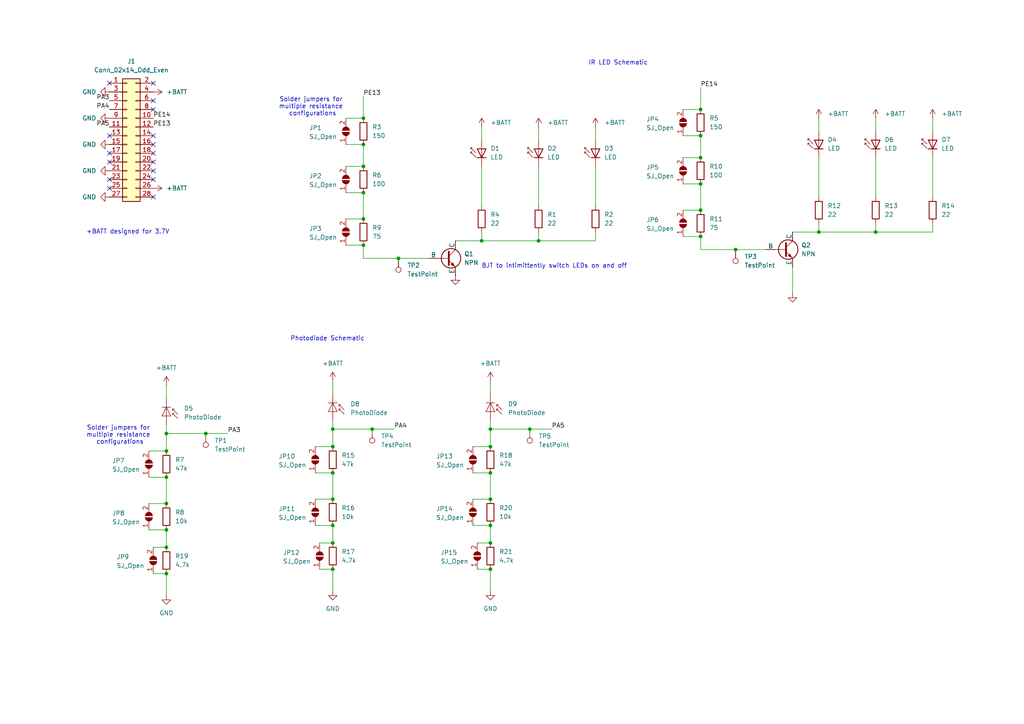
<source format=kicad_sch>
(kicad_sch (version 20231120) (generator "eeschema") (generator_version "8.0")
  (paper "A4")
  (title_block (title "Sensing Subsystem For Micro-Mouse") (date "23/03/19") (rev "V3") (company "University of Cape Town") (comment 1 "Zainodine Dawood"))
  (lib_symbols
    (symbol "Connector:TestPoint" (pin_numbers hide) (pin_names (offset 0.762) hide)
      (property "Reference" "TP" (at 0 6.858 0))
      (property "Value" "TestPoint" (at 0 5.08 0))
      (symbol "TestPoint_0_1"
        (circle (center 0 3.302) (radius 0.762))
      )
      (symbol "TestPoint_1_1"
        (pin passive line (at 0 0 90) (length 2.54) (name "1") (number "1"))
      )
    )
    (symbol "Connector_Generic:Conn_02x14_Odd_Even" (pin_names (offset 1.016) hide)
      (property "Reference" "J" (at 1.27 17.78 0))
      (property "Value" "Conn_02x14_Odd_Even" (at 1.27 -20.32 0))
      (symbol "Conn_02x14_Odd_Even_1_1"
        (rectangle (start -1.27 -17.653) (end 0 -17.907) (stroke (width 0.1524)))
        (rectangle (start -1.27 -15.113) (end 0 -15.367) (stroke (width 0.1524)))
        (rectangle (start -1.27 -12.573) (end 0 -12.827) (stroke (width 0.1524)))
        (rectangle (start -1.27 -10.033) (end 0 -10.287) (stroke (width 0.1524)))
        (rectangle (start -1.27 -7.493) (end 0 -7.747) (stroke (width 0.1524)))
        (rectangle (start -1.27 -4.953) (end 0 -5.207) (stroke (width 0.1524)))
        (rectangle (start -1.27 -2.413) (end 0 -2.667) (stroke (width 0.1524)))
        (rectangle (start -1.27 0.127) (end 0 -0.127) (stroke (width 0.1524)))
        (rectangle (start -1.27 2.667) (end 0 2.413) (stroke (width 0.1524)))
        (rectangle (start -1.27 5.207) (end 0 4.953) (stroke (width 0.1524)))
        (rectangle (start -1.27 7.747) (end 0 7.493) (stroke (width 0.1524)))
        (rectangle (start -1.27 10.287) (end 0 10.033) (stroke (width 0.1524)))
        (rectangle (start -1.27 12.827) (end 0 12.573) (stroke (width 0.1524)))
        (rectangle (start -1.27 15.367) (end 0 15.113) (stroke (width 0.1524)))
        (rectangle (start -1.27 16.51) (end 3.81 -19.05) (stroke (width 0.254)) (fill (type background)))
        (rectangle (start 3.81 -17.653) (end 2.54 -17.907) (stroke (width 0.1524)))
        (rectangle (start 3.81 -15.113) (end 2.54 -15.367) (stroke (width 0.1524)))
        (rectangle (start 3.81 -12.573) (end 2.54 -12.827) (stroke (width 0.1524)))
        (rectangle (start 3.81 -10.033) (end 2.54 -10.287) (stroke (width 0.1524)))
        (rectangle (start 3.81 -7.493) (end 2.54 -7.747) (stroke (width 0.1524)))
        (rectangle (start 3.81 -4.953) (end 2.54 -5.207) (stroke (width 0.1524)))
        (rectangle (start 3.81 -2.413) (end 2.54 -2.667) (stroke (width 0.1524)))
        (rectangle (start 3.81 0.127) (end 2.54 -0.127) (stroke (width 0.1524)))
        (rectangle (start 3.81 2.667) (end 2.54 2.413) (stroke (width 0.1524)))
        (rectangle (start 3.81 5.207) (end 2.54 4.953) (stroke (width 0.1524)))
        (rectangle (start 3.81 7.747) (end 2.54 7.493) (stroke (width 0.1524)))
        (rectangle (start 3.81 10.287) (end 2.54 10.033) (stroke (width 0.1524)))
        (rectangle (start 3.81 12.827) (end 2.54 12.573) (stroke (width 0.1524)))
        (rectangle (start 3.81 15.367) (end 2.54 15.113) (stroke (width 0.1524)))
        (pin passive line (at -5.08 15.24 0) (length 3.81) (name "Pin_1") (number "1"))
        (pin passive line (at 7.62 5.08 180) (length 3.81) (name "Pin_10") (number "10"))
        (pin passive line (at -5.08 2.54 0) (length 3.81) (name "Pin_11") (number "11"))
        (pin passive line (at 7.62 2.54 180) (length 3.81) (name "Pin_12") (number "12"))
        (pin passive line (at -5.08 0 0) (length 3.81) (name "Pin_13") (number "13"))
        (pin passive line (at 7.62 0 180) (length 3.81) (name "Pin_14") (number "14"))
        (pin passive line (at -5.08 -2.54 0) (length 3.81) (name "Pin_15") (number "15"))
        (pin passive line (at 7.62 -2.54 180) (length 3.81) (name "Pin_16") (number "16"))
        (pin passive line (at -5.08 -5.08 0) (length 3.81) (name "Pin_17") (number "17"))
        (pin passive line (at 7.62 -5.08 180) (length 3.81) (name "Pin_18") (number "18"))
        (pin passive line (at -5.08 -7.62 0) (length 3.81) (name "Pin_19") (number "19"))
        (pin passive line (at 7.62 15.24 180) (length 3.81) (name "Pin_2") (number "2"))
        (pin passive line (at 7.62 -7.62 180) (length 3.81) (name "Pin_20") (number "20"))
        (pin passive line (at -5.08 -10.16 0) (length 3.81) (name "Pin_21") (number "21"))
        (pin passive line (at 7.62 -10.16 180) (length 3.81) (name "Pin_22") (number "22"))
        (pin passive line (at -5.08 -12.7 0) (length 3.81) (name "Pin_23") (number "23"))
        (pin passive line (at 7.62 -12.7 180) (length 3.81) (name "Pin_24") (number "24"))
        (pin passive line (at -5.08 -15.24 0) (length 3.81) (name "Pin_25") (number "25"))
        (pin passive line (at 7.62 -15.24 180) (length 3.81) (name "Pin_26") (number "26"))
        (pin passive line (at -5.08 -17.78 0) (length 3.81) (name "Pin_27") (number "27"))
        (pin passive line (at 7.62 -17.78 180) (length 3.81) (name "Pin_28") (number "28"))
        (pin passive line (at -5.08 12.7 0) (length 3.81) (name "Pin_3") (number "3"))
        (pin passive line (at 7.62 12.7 180) (length 3.81) (name "Pin_4") (number "4"))
        (pin passive line (at -5.08 10.16 0) (length 3.81) (name "Pin_5") (number "5"))
        (pin passive line (at 7.62 10.16 180) (length 3.81) (name "Pin_6") (number "6"))
        (pin passive line (at -5.08 7.62 0) (length 3.81) (name "Pin_7") (number "7"))
        (pin passive line (at 7.62 7.62 180) (length 3.81) (name "Pin_8") (number "8"))
        (pin passive line (at -5.08 5.08 0) (length 3.81) (name "Pin_9") (number "9"))
      )
    )
    (symbol "Device:R" (pin_numbers hide) (pin_names (offset 0))
      (property "Reference" "R" (at 2.032 0 90))
      (property "Value" "R" (at 0 0 90))
      (symbol "R_0_1"
        (rectangle (start -1.016 -2.54) (end 1.016 2.54) (stroke (width 0.254)))
      )
      (symbol "R_1_1"
        (pin passive line (at 0 3.81 270) (length 1.27) (name "~") (number "1"))
        (pin passive line (at 0 -3.81 90) (length 1.27) (name "~") (number "2"))
      )
    )
    (symbol "Jumper:SolderJumper_2_Open" (pin_names (offset 0) hide)
      (property "Reference" "JP" (at 0 2.032 0))
      (property "Value" "SolderJumper_2_Open" (at 0 -2.54 0))
      (symbol "SolderJumper_2_Open_0_1"
        (arc (start -0.254 1.016) (mid -1.2656 0) (end -0.254 -1.016))
        (arc (start -0.254 1.016) (mid -1.2656 0) (end -0.254 -1.016) (fill (type outline)))
        (polyline (pts (xy -0.254 1.016) (xy -0.254 -1.016)))
        (polyline (pts (xy 0.254 1.016) (xy 0.254 -1.016)))
        (arc (start 0.254 -1.016) (mid 1.2656 0) (end 0.254 1.016))
        (arc (start 0.254 -1.016) (mid 1.2656 0) (end 0.254 1.016) (fill (type outline)))
      )
      (symbol "SolderJumper_2_Open_1_1"
        (pin passive line (at -3.81 0 0) (length 2.54) (name "A") (number "1"))
        (pin passive line (at 3.81 0 180) (length 2.54) (name "B") (number "2"))
      )
    )
    (symbol "LED:TSAL4400" (pin_numbers hide) (pin_names (offset 1.016) hide)
      (property "Reference" "D" (at 0.508 1.778 0))
      (property "Value" "TSAL4400" (at -1.016 -2.794 0))
      (symbol "TSAL4400_0_1"
        (polyline (pts (xy -2.54 1.27) (xy -2.54 -1.27)) (stroke (width 0.254)))
        (polyline (pts (xy 0 0) (xy -2.54 0)))
        (polyline (pts (xy 0.381 3.175) (xy -0.127 3.175)))
        (polyline (pts (xy -1.143 1.651) (xy 0.381 3.175) (xy 0.381 2.667)))
        (polyline (pts (xy 0 1.27) (xy -2.54 0) (xy 0 -1.27) (xy 0 1.27)) (stroke (width 0.254)))
        (polyline (pts (xy -2.413 1.651) (xy -0.889 3.175) (xy -0.889 2.667) (xy -0.889 3.175) (xy -1.397 3.175)))
      )
      (symbol "TSAL4400_1_1"
        (pin passive line (at -5.08 0 0) (length 2.54) (name "K") (number "1"))
        (pin passive line (at 2.54 0 180) (length 2.54) (name "A") (number "2"))
      )
    )
    (symbol "Sensor_Optical:SFH205F" (pin_numbers hide) (pin_names (offset 1.016) hide)
      (property "Reference" "D" (at 0.508 1.778 0))
      (property "Value" "SFH205F" (at -1.016 -2.794 0))
      (symbol "SFH205F_0_1"
        (polyline (pts (xy -2.54 1.27) (xy -2.54 -1.27)) (stroke (width 0.1524)))
        (polyline (pts (xy -2.032 1.778) (xy -1.524 1.778)))
        (polyline (pts (xy 0 0) (xy -2.54 0)))
        (polyline (pts (xy 0 1.27) (xy 0 -1.27)))
        (polyline (pts (xy -0.508 3.302) (xy -2.032 1.778) (xy -2.032 2.286)))
        (polyline (pts (xy 0 1.27) (xy -2.54 0) (xy 0 -1.27)))
        (polyline (pts (xy 0.762 3.302) (xy -0.762 1.778) (xy -0.762 2.286) (xy -0.762 1.778) (xy -0.254 1.778)))
      )
      (symbol "SFH205F_1_1"
        (pin passive line (at -5.08 0 0) (length 2.54) (name "K") (number "1"))
        (pin passive line (at 2.54 0 180) (length 2.54) (name "A") (number "2"))
      )
    )
    (symbol "Simulation_SPICE:NPN" (pin_numbers hide) (pin_names (offset 0))
      (property "Reference" "Q" (at -2.54 7.62 0))
      (property "Value" "NPN" (at -2.54 5.08 0))
      (symbol "NPN_0_1"
        (polyline (pts (xy -2.54 0) (xy 0.635 0)) (stroke (width 0.1524)))
        (polyline (pts (xy 0.635 0.635) (xy 2.54 2.54)))
        (polyline (pts (xy 2.794 -1.27) (xy 2.794 -1.27)) (stroke (width 0.1524)))
        (polyline (pts (xy 2.794 -1.27) (xy 2.794 -1.27)) (stroke (width 0.1524)))
        (polyline (pts (xy 0.635 -0.635) (xy 2.54 -2.54) (xy 2.54 -2.54)))
        (polyline (pts (xy 0.635 1.905) (xy 0.635 -1.905) (xy 0.635 -1.905)) (stroke (width 0.508)))
        (polyline (pts (xy 1.27 -1.778) (xy 1.778 -1.27) (xy 2.286 -2.286) (xy 1.27 -1.778) (xy 1.27 -1.778)) (fill (type outline)))
        (circle (center 1.27 0) (radius 2.8194) (stroke (width 0.254)))
      )
      (symbol "NPN_1_1"
        (pin open_collector line (at 2.54 5.08 270) (length 2.54) (name "C") (number "1"))
        (pin input line (at -5.08 0 0) (length 2.54) (name "B") (number "2"))
        (pin open_emitter line (at 2.54 -5.08 90) (length 2.54) (name "E") (number "3"))
      )
    )
    (symbol "power:+BATT" (power) (pin_numbers hide) (pin_names (offset 0) hide)
      (property "Value" "+BATT" (at 0 3.556 0))
      (symbol "+BATT_0_1"
        (polyline (pts (xy -0.762 1.27) (xy 0 2.54)))
        (polyline (pts (xy 0 0) (xy 0 2.54)))
        (polyline (pts (xy 0 2.54) (xy 0.762 1.27)))
      )
      (symbol "+BATT_1_1"
        (pin power_in line (at 0 0 90) (length 0) (name "~") (number "1"))
      )
    )
    (symbol "power:GND" (power) (pin_numbers hide) (pin_names (offset 0) hide)
      (property "Value" "GND" (at 0 -3.81 0))
      (symbol "GND_0_1"
        (polyline (pts (xy 0 0) (xy 0 -1.27) (xy 1.27 -1.27) (xy 0 -2.54) (xy -1.27 -1.27) (xy 0 -1.27)))
      )
      (symbol "GND_1_1"
        (pin power_in line (at 0 0 270) (length 0) (name "~") (number "1"))
      )
    )
    (symbol "power:VCC" (power) (pin_numbers hide) (pin_names (offset 0) hide)
      (property "Value" "VCC" (at 0 3.556 0))
      (symbol "VCC_0_1"
        (polyline (pts (xy -0.762 1.27) (xy 0 2.54)))
        (polyline (pts (xy 0 0) (xy 0 2.54)))
        (polyline (pts (xy 0 2.54) (xy 0.762 1.27)))
      )
      (symbol "VCC_1_1"
        (pin power_in line (at 0 0 90) (length 0) (name "~") (number "1"))
      )
    )
  )
  (junction (at 203.2 31.75))
  (junction (at 96.52 152.4))
  (junction (at 142.24 137.16))
  (junction (at 142.24 124.46))
  (junction (at 142.24 144.78))
  (junction (at 105.41 34.29))
  (junction (at 203.2 53.34))
  (junction (at 96.52 165.1))
  (junction (at 96.52 137.16))
  (junction (at 203.2 45.72))
  (junction (at 142.24 129.54))
  (junction (at 59.69 125.73))
  (junction (at 96.52 157.48))
  (junction (at 142.24 165.1))
  (junction (at 96.52 124.46))
  (junction (at 153.67 124.46))
  (junction (at 96.52 144.78))
  (junction (at 237.49 67.31))
  (junction (at 213.36 72.39))
  (junction (at 48.26 153.67))
  (junction (at 48.26 130.81))
  (junction (at 48.26 125.73))
  (junction (at 105.41 55.88))
  (junction (at 105.41 41.91))
  (junction (at 156.21 69.85))
  (junction (at 203.2 68.58))
  (junction (at 139.7 69.85))
  (junction (at 105.41 71.12))
  (junction (at 96.52 129.54))
  (junction (at 142.24 152.4))
  (junction (at 48.26 138.43))
  (junction (at 105.41 48.26))
  (junction (at 142.24 157.48))
  (junction (at 48.26 158.75))
  (junction (at 203.2 60.96))
  (junction (at 203.2 39.37))
  (junction (at 254 67.31))
  (junction (at 115.57 74.93))
  (junction (at 105.41 63.5))
  (junction (at 107.95 124.46))
  (junction (at 48.26 166.37))
  (junction (at 48.26 146.05))
  (no_connect (at 44.45 49.53))
  (no_connect (at 44.45 41.91))
  (no_connect (at 44.45 29.21))
  (no_connect (at 44.45 31.75))
  (no_connect (at 31.75 46.99))
  (no_connect (at 31.75 52.07))
  (no_connect (at 31.75 54.61))
  (no_connect (at 44.45 46.99))
  (no_connect (at 44.45 57.15))
  (no_connect (at 44.45 24.13))
  (no_connect (at 31.75 39.37))
  (no_connect (at 31.75 24.13))
  (no_connect (at 44.45 39.37))
  (no_connect (at 44.45 44.45))
  (no_connect (at 31.75 44.45))
  (no_connect (at 44.45 52.07))
  (wire (pts (xy 100.33 55.88) (xy 105.41 55.88)))
  (wire (pts (xy 237.49 45.72) (xy 237.49 57.15)))
  (wire (pts (xy 96.52 110.49) (xy 96.52 114.3)))
  (wire (pts (xy 139.7 36.83) (xy 139.7 40.64)))
  (wire (pts (xy 48.26 166.37) (xy 48.26 172.72)))
  (wire (pts (xy 213.36 72.39) (xy 222.25 72.39)))
  (wire (pts (xy 100.33 71.12) (xy 105.41 71.12)))
  (wire (pts (xy 142.24 110.49) (xy 142.24 114.3)))
  (wire (pts (xy 203.2 45.72) (xy 203.2 39.37)))
  (wire (pts (xy 270.51 45.72) (xy 270.51 57.15)))
  (wire (pts (xy 138.43 157.48) (xy 142.24 157.48)))
  (wire (pts (xy 254 45.72) (xy 254 57.15)))
  (wire (pts (xy 105.41 55.88) (xy 105.41 63.5)))
  (wire (pts (xy 91.44 137.16) (xy 96.52 137.16)))
  (wire (pts (xy 100.33 63.5) (xy 105.41 63.5)))
  (wire (pts (xy 203.2 68.58) (xy 203.2 72.39)))
  (wire (pts (xy 229.87 77.47) (xy 229.87 85.09)))
  (wire (pts (xy 43.18 138.43) (xy 48.26 138.43)))
  (wire (pts (xy 91.44 152.4) (xy 96.52 152.4)))
  (wire (pts (xy 156.21 67.31) (xy 156.21 69.85)))
  (wire (pts (xy 91.44 129.54) (xy 96.52 129.54)))
  (wire (pts (xy 96.52 137.16) (xy 96.52 144.78)))
  (wire (pts (xy 198.12 45.72) (xy 203.2 45.72)))
  (wire (pts (xy 137.16 152.4) (xy 142.24 152.4)))
  (wire (pts (xy 237.49 67.31) (xy 254 67.31)))
  (wire (pts (xy 254 67.31) (xy 270.51 67.31)))
  (wire (pts (xy 198.12 68.58) (xy 203.2 68.58)))
  (wire (pts (xy 96.52 124.46) (xy 107.95 124.46)))
  (wire (pts (xy 270.51 64.77) (xy 270.51 67.31)))
  (wire (pts (xy 59.69 125.73) (xy 66.04 125.73)))
  (wire (pts (xy 142.24 124.46) (xy 142.24 129.54)))
  (wire (pts (xy 48.26 111.76) (xy 48.26 115.57)))
  (wire (pts (xy 91.44 144.78) (xy 96.52 144.78)))
  (wire (pts (xy 142.24 137.16) (xy 142.24 144.78)))
  (wire (pts (xy 43.18 153.67) (xy 48.26 153.67)))
  (wire (pts (xy 139.7 67.31) (xy 139.7 69.85)))
  (wire (pts (xy 203.2 53.34) (xy 203.2 60.96)))
  (wire (pts (xy 96.52 165.1) (xy 96.52 171.45)))
  (wire (pts (xy 138.43 165.1) (xy 142.24 165.1)))
  (wire (pts (xy 44.45 166.37) (xy 48.26 166.37)))
  (wire (pts (xy 105.41 48.26) (xy 105.41 41.91)))
  (wire (pts (xy 142.24 124.46) (xy 153.67 124.46)))
  (wire (pts (xy 203.2 72.39) (xy 213.36 72.39)))
  (wire (pts (xy 48.26 123.19) (xy 48.26 125.73)))
  (wire (pts (xy 100.33 48.26) (xy 105.41 48.26)))
  (wire (pts (xy 142.24 165.1) (xy 142.24 171.45)))
  (wire (pts (xy 48.26 153.67) (xy 48.26 158.75)))
  (wire (pts (xy 142.24 121.92) (xy 142.24 124.46)))
  (wire (pts (xy 156.21 69.85) (xy 172.72 69.85)))
  (wire (pts (xy 48.26 138.43) (xy 48.26 146.05)))
  (wire (pts (xy 137.16 144.78) (xy 142.24 144.78)))
  (wire (pts (xy 96.52 152.4) (xy 96.52 157.48)))
  (wire (pts (xy 92.71 157.48) (xy 96.52 157.48)))
  (wire (pts (xy 43.18 146.05) (xy 48.26 146.05)))
  (wire (pts (xy 229.87 67.31) (xy 237.49 67.31)))
  (wire (pts (xy 172.72 67.31) (xy 172.72 69.85)))
  (wire (pts (xy 132.08 69.85) (xy 139.7 69.85)))
  (wire (pts (xy 137.16 137.16) (xy 142.24 137.16)))
  (wire (pts (xy 92.71 165.1) (xy 96.52 165.1)))
  (wire (pts (xy 172.72 48.26) (xy 172.72 59.69)))
  (wire (pts (xy 107.95 124.46) (xy 114.3 124.46)))
  (wire (pts (xy 115.57 74.93) (xy 124.46 74.93)))
  (wire (pts (xy 48.26 125.73) (xy 59.69 125.73)))
  (wire (pts (xy 156.21 48.26) (xy 156.21 59.69)))
  (wire (pts (xy 96.52 124.46) (xy 96.52 129.54)))
  (wire (pts (xy 139.7 69.85) (xy 156.21 69.85)))
  (wire (pts (xy 139.7 48.26) (xy 139.7 59.69)))
  (wire (pts (xy 198.12 53.34) (xy 203.2 53.34)))
  (wire (pts (xy 105.41 74.93) (xy 115.57 74.93)))
  (wire (pts (xy 105.41 27.94) (xy 105.41 34.29)))
  (wire (pts (xy 96.52 121.92) (xy 96.52 124.46)))
  (wire (pts (xy 156.21 36.83) (xy 156.21 40.64)))
  (wire (pts (xy 48.26 125.73) (xy 48.26 130.81)))
  (wire (pts (xy 198.12 39.37) (xy 203.2 39.37)))
  (wire (pts (xy 44.45 158.75) (xy 48.26 158.75)))
  (wire (pts (xy 100.33 41.91) (xy 105.41 41.91)))
  (wire (pts (xy 142.24 152.4) (xy 142.24 157.48)))
  (wire (pts (xy 172.72 36.83) (xy 172.72 40.64)))
  (wire (pts (xy 198.12 60.96) (xy 203.2 60.96)))
  (wire (pts (xy 137.16 129.54) (xy 142.24 129.54)))
  (wire (pts (xy 100.33 34.29) (xy 105.41 34.29)))
  (wire (pts (xy 153.67 124.46) (xy 160.02 124.46)))
  (wire (pts (xy 105.41 71.12) (xy 105.41 74.93)))
  (wire (pts (xy 237.49 64.77) (xy 237.49 67.31)))
  (wire (pts (xy 43.18 130.81) (xy 48.26 130.81)))
  (wire (pts (xy 237.49 34.29) (xy 237.49 38.1)))
  (wire (pts (xy 254 64.77) (xy 254 67.31)))
  (wire (pts (xy 198.12 31.75) (xy 203.2 31.75)))
  (wire (pts (xy 203.2 25.4) (xy 203.2 31.75)))
  (wire (pts (xy 270.51 34.29) (xy 270.51 38.1)))
  (wire (pts (xy 254 34.29) (xy 254 38.1)))
  (text "Solder jumpers for \nmultiple resistance \nconfigurations" (at 34.798 126.238 0) (effects (font (size 1.27 1.27))))
  (text "Solder jumpers for \nmultiple resistance \nconfigurations" (at 90.678 30.988 0) (effects (font (size 1.27 1.27))))
  (text "+BATT designed for 3.7V" (at 37.084 67.31 0) (effects (font (size 1.27 1.27))))
  (text "BJT to intimittently switch LEDs on and off" (at 160.782 77.216 0) (effects (font (size 1.27 1.27))))
  (text "Photodiode Schematic" (at 94.996 98.298 0) (effects (font (size 1.27 1.27))))
  (text "IR LED Schematic" (at 179.324 18.288 0) (effects (font (size 1.27 1.27))))
  (label "PA5" (at 160.02 124.46 0))
  (label "PE13" (at 44.45 36.83 0))
  (label "PA3" (at 66.04 125.73 0))
  (label "PA3" (at 31.75 29.21 180))
  (label "PE14" (at 203.2 25.4 0))
  (label "PA4" (at 114.3 124.46 0))
  (label "PA4" (at 31.75 31.75 180))
  (label "PE13" (at 105.41 27.94 0))
  (label "PA5" (at 31.75 36.83 180))
  (label "PE14" (at 44.45 34.29 0))
  (symbol (lib_id "Sensor_Optical:SFH205F") (at 48.26 120.65 270) (unit 1)
    (property "Reference" "D5" (at 53.34 118.4528 90) (effects (justify left)))
    (property "Value" "PhotoDiode" (at 53.34 120.9928 90) (effects (justify left)))
    (property "Footprint" "LED_THT:LED_D5.0mm_Horizontal_O1.27mm_Z15.0mm" (effects (hide yes)))
    (property "LCSC" "C2900211" (effects (hide yes)))
  )
  (symbol (lib_id "power:GND") (at 142.24 171.45 0) (unit 1)
    (property "Reference" "#PWR021" (effects (hide yes)))
    (property "Value" "GND" (at 142.24 176.53 0))
    (property "Description" "Power symbol creates a global label with name \"GND\" , ground" (effects (hide yes)))
  )
  (symbol (lib_id "power:+BATT") (at 48.26 111.76 0) (unit 1)
    (property "Reference" "#PWR010" (effects (hide yes)))
    (property "Value" "+BATT" (at 48.26 106.68 0))
    (property "Description" "Power symbol creates a global label with name \"+BATT\"" (effects (hide yes)))
  )
  (symbol (lib_id "Device:R") (at 203.2 64.77 0) (unit 1)
    (property "Reference" "R11" (at 205.74 63.4999 0) (effects (justify left)))
    (property "Value" "75" (at 205.74 66.0399 0) (effects (justify left)))
    (property "Footprint" "Resistor_SMD:R_0603_1608Metric" (effects (hide yes)))
    (property "Description" "Resistor" (effects (hide yes)))
    (property "LCSC" "C4275" (effects (hide yes)))
  )
  (symbol (lib_id "Jumper:SolderJumper_2_Open") (at 137.16 148.59 90) (unit 1)
    (property "Reference" "JP14" (at 126.492 147.574 90) (effects (justify right)))
    (property "Value" "SJ_Open" (at 126.492 150.114 90) (effects (justify right)))
    (property "Footprint" "Jumper:SolderJumper-2_P1.3mm_Open_RoundedPad1.0x1.5mm" (effects (hide yes)))
    (property "Description" "Solder Jumper, 2-pole, open" (effects (hide yes)))
  )
  (symbol (lib_id "Simulation_SPICE:NPN") (at 227.33 72.39 0) (unit 1)
    (property "Reference" "Q2" (at 232.41 71.1199 0) (effects (justify left)))
    (property "Value" "NPN" (at 232.41 73.6599 0) (effects (justify left)))
    (property "Footprint" "Package_TO_SOT_SMD:SOT-23" (effects (hide yes)))
    (property "Sim.Device" "NPN" (effects (hide yes)))
    (property "Sim.Type" "GUMMELPOON" (effects (hide yes)))
    (property "Sim.Pins" "3=C 1=B 2=E" (effects (hide yes)))
    (property "LCSC" "C2145" (effects (hide yes)))
  )
  (symbol (lib_id "Device:R") (at 254 60.96 0) (unit 1)
    (property "Reference" "R13" (at 256.54 59.6899 0) (effects (justify left)))
    (property "Value" "22" (at 256.54 62.2299 0) (effects (justify left)))
    (property "Footprint" "Resistor_SMD:R_0603_1608Metric" (effects (hide yes)))
    (property "Description" "Resistor" (effects (hide yes)))
    (property "LCSC" " C23345" (effects (hide yes)))
  )
  (symbol (lib_id "Jumper:SolderJumper_2_Open") (at 138.43 161.29 90) (unit 1)
    (property "Reference" "JP15" (at 127.762 160.274 90) (effects (justify right)))
    (property "Value" "SJ_Open" (at 127.762 162.814 90) (effects (justify right)))
    (property "Footprint" "Jumper:SolderJumper-2_P1.3mm_Open_RoundedPad1.0x1.5mm" (effects (hide yes)))
    (property "Description" "Solder Jumper, 2-pole, open" (effects (hide yes)))
  )
  (symbol (lib_id "LED:TSAL4400") (at 139.7 43.18 90) (unit 1)
    (property "Reference" "D1" (at 142.24 43.0529 90) (effects (justify right)))
    (property "Value" "LED" (at 142.24 45.5929 90) (effects (justify right)))
    (property "Footprint" "LED_THT:LED_D5.0mm_Horizontal_O1.27mm_Z15.0mm" (effects (hide yes)))
    (property "LCSC" "C55528" (effects (hide yes)))
  )
  (symbol (lib_id "power:GND") (at 31.75 26.67 270) (unit 1)
    (property "Reference" "#PWR015" (effects (hide yes)))
    (property "Value" "GND" (at 27.94 26.6699 90) (effects (justify right)))
    (property "Description" "Power symbol creates a global label with name \"GND\" , ground" (effects (hide yes)))
  )
  (symbol (lib_id "power:GND") (at 229.87 85.09 0) (unit 1)
    (property "Reference" "#PWR05" (effects (hide yes)))
    (property "Value" "GND" (effects (hide yes)))
    (property "Description" "Power symbol creates a global label with name \"GND\" , ground" (effects (hide yes)))
  )
  (symbol (lib_id "Connector:TestPoint") (at 213.36 72.39 180) (unit 1)
    (property "Reference" "TP3" (at 215.9 74.4219 0) (effects (justify right)))
    (property "Value" "TestPoint" (at 215.9 76.9619 0) (effects (justify right)))
    (property "Footprint" "TestPoint:TestPoint_Pad_1.5x1.5mm" (effects (hide yes)))
    (property "Description" "test point" (effects (hide yes)))
  )
  (symbol (lib_id "Device:R") (at 270.51 60.96 0) (unit 1)
    (property "Reference" "R14" (at 273.05 59.6899 0) (effects (justify left)))
    (property "Value" "22" (at 273.05 62.2299 0) (effects (justify left)))
    (property "Footprint" "Resistor_SMD:R_0603_1608Metric" (effects (hide yes)))
    (property "Description" "Resistor" (effects (hide yes)))
    (property "LCSC" " C23345" (effects (hide yes)))
  )
  (symbol (lib_id "power:GND") (at 48.26 172.72 0) (unit 1)
    (property "Reference" "#PWR011" (effects (hide yes)))
    (property "Value" "GND" (at 48.26 177.8 0))
    (property "Description" "Power symbol creates a global label with name \"GND\" , ground" (effects (hide yes)))
  )
  (symbol (lib_id "Device:R") (at 156.21 63.5 0) (unit 1)
    (property "Reference" "R1" (at 158.75 62.2299 0) (effects (justify left)))
    (property "Value" "22" (at 158.75 64.7699 0) (effects (justify left)))
    (property "Footprint" "Resistor_SMD:R_0603_1608Metric" (effects (hide yes)))
    (property "Description" "Resistor" (effects (hide yes)))
    (property "LCSC" " C23345" (effects (hide yes)))
  )
  (symbol (lib_id "Device:R") (at 105.41 38.1 0) (unit 1)
    (property "Reference" "R3" (at 107.95 36.8299 0) (effects (justify left)))
    (property "Value" "150" (at 107.95 39.3699 0) (effects (justify left)))
    (property "Footprint" "Resistor_SMD:R_0603_1608Metric" (effects (hide yes)))
    (property "Description" "Resistor" (effects (hide yes)))
    (property "LCSC" "C22808" (effects (hide yes)))
  )
  (symbol (lib_id "power:GND") (at 96.52 171.45 0) (unit 1)
    (property "Reference" "#PWR019" (effects (hide yes)))
    (property "Value" "GND" (at 96.52 176.53 0))
    (property "Description" "Power symbol creates a global label with name \"GND\" , ground" (effects (hide yes)))
  )
  (symbol (lib_id "Jumper:SolderJumper_2_Open") (at 137.16 133.35 90) (unit 1)
    (property "Reference" "JP13" (at 126.492 132.334 90) (effects (justify right)))
    (property "Value" "SJ_Open" (at 126.492 134.874 90) (effects (justify right)))
    (property "Footprint" "Jumper:SolderJumper-2_P1.3mm_Open_RoundedPad1.0x1.5mm" (effects (hide yes)))
    (property "Description" "Solder Jumper, 2-pole, open" (effects (hide yes)))
  )
  (symbol (lib_id "power:VCC") (at 254 34.29 0) (unit 1)
    (property "Reference" "#PWR07" (effects (hide yes)))
    (property "Value" "+BATT" (at 256.54 33.0199 0) (effects (justify left)))
    (property "Description" "Power symbol creates a global label with name \"VCC\"" (effects (hide yes)))
  )
  (symbol (lib_id "Jumper:SolderJumper_2_Open") (at 198.12 35.56 90) (unit 1)
    (property "Reference" "JP4" (at 187.452 34.544 90) (effects (justify right)))
    (property "Value" "SJ_Open" (at 187.452 37.084 90) (effects (justify right)))
    (property "Footprint" "Jumper:SolderJumper-2_P1.3mm_Open_RoundedPad1.0x1.5mm" (effects (hide yes)))
    (property "Description" "Solder Jumper, 2-pole, open" (effects (hide yes)))
  )
  (symbol (lib_id "Connector:TestPoint") (at 115.57 74.93 180) (unit 1)
    (property "Reference" "TP2" (at 118.11 76.9619 0) (effects (justify right)))
    (property "Value" "TestPoint" (at 118.11 79.5019 0) (effects (justify right)))
    (property "Footprint" "TestPoint:TestPoint_Pad_1.5x1.5mm" (effects (hide yes)))
    (property "Description" "test point" (effects (hide yes)))
  )
  (symbol (lib_id "power:GND") (at 132.08 80.01 0) (unit 1)
    (property "Reference" "#PWR04" (effects (hide yes)))
    (property "Value" "GND" (effects (hide yes)))
    (property "Description" "Power symbol creates a global label with name \"GND\" , ground" (effects (hide yes)))
  )
  (symbol (lib_id "Sensor_Optical:SFH205F") (at 142.24 119.38 270) (unit 1)
    (property "Reference" "D9" (at 147.32 117.1828 90) (effects (justify left)))
    (property "Value" "PhotoDiode" (at 147.32 119.7228 90) (effects (justify left)))
    (property "Footprint" "LED_THT:LED_D5.0mm_Horizontal_O1.27mm_Z15.0mm" (effects (hide yes)))
    (property "LCSC" "C2900211" (effects (hide yes)))
  )
  (symbol (lib_id "Device:R") (at 142.24 161.29 0) (unit 1)
    (property "Reference" "R21" (at 144.78 160.0199 0) (effects (justify left)))
    (property "Value" "4.7k" (at 144.78 162.5599 0) (effects (justify left)))
    (property "Footprint" "Resistor_SMD:R_0603_1608Metric" (effects (hide yes)))
    (property "Description" "Resistor" (effects (hide yes)))
    (property "LCSC" " C23162" (effects (hide yes)))
  )
  (symbol (lib_id "power:VCC") (at 172.72 36.83 0) (unit 1)
    (property "Reference" "#PWR03" (effects (hide yes)))
    (property "Value" "+BATT" (at 175.26 35.5599 0) (effects (justify left)))
    (property "Description" "Power symbol creates a global label with name \"VCC\"" (effects (hide yes)))
  )
  (symbol (lib_id "power:GND") (at 31.75 49.53 270) (unit 1)
    (property "Reference" "#PWR012" (effects (hide yes)))
    (property "Value" "GND" (at 27.94 49.5299 90) (effects (justify right)))
    (property "Description" "Power symbol creates a global label with name \"GND\" , ground" (effects (hide yes)))
  )
  (symbol (lib_id "LED:TSAL4400") (at 254 40.64 90) (unit 1)
    (property "Reference" "D6" (at 256.54 40.5129 90) (effects (justify right)))
    (property "Value" "LED" (at 256.54 43.0529 90) (effects (justify right)))
    (property "Footprint" "LED_THT:LED_D5.0mm_Horizontal_O1.27mm_Z15.0mm" (effects (hide yes)))
    (property "LCSC" "C55528" (effects (hide yes)))
  )
  (symbol (lib_id "LED:TSAL4400") (at 270.51 40.64 90) (unit 1)
    (property "Reference" "D7" (at 273.05 40.5129 90) (effects (justify right)))
    (property "Value" "LED" (at 273.05 43.0529 90) (effects (justify right)))
    (property "Footprint" "LED_THT:LED_D5.0mm_Horizontal_O1.27mm_Z15.0mm" (effects (hide yes)))
    (property "LCSC" "C55528" (effects (hide yes)))
  )
  (symbol (lib_id "Device:R") (at 172.72 63.5 0) (unit 1)
    (property "Reference" "R2" (at 175.26 62.2299 0) (effects (justify left)))
    (property "Value" "22" (at 175.26 64.7699 0) (effects (justify left)))
    (property "Footprint" "Resistor_SMD:R_0603_1608Metric" (effects (hide yes)))
    (property "Description" "Resistor" (effects (hide yes)))
    (property "LCSC" " C23345" (effects (hide yes)))
  )
  (symbol (lib_id "power:GND") (at 31.75 57.15 270) (unit 1)
    (property "Reference" "#PWR09" (effects (hide yes)))
    (property "Value" "GND" (at 27.94 57.1499 90) (effects (justify right)))
    (property "Description" "Power symbol creates a global label with name \"GND\" , ground" (effects (hide yes)))
  )
  (symbol (lib_id "Device:R") (at 203.2 49.53 0) (unit 1)
    (property "Reference" "R10" (at 205.74 48.2599 0) (effects (justify left)))
    (property "Value" "100" (at 205.74 50.7999 0) (effects (justify left)))
    (property "Footprint" "Resistor_SMD:R_0603_1608Metric" (effects (hide yes)))
    (property "Description" "Resistor" (effects (hide yes)))
    (property "LCSC" " C22775" (effects (hide yes)))
  )
  (symbol (lib_id "power:+BATT") (at 44.45 26.67 270) (unit 1)
    (property "Reference" "#PWR016" (effects (hide yes)))
    (property "Value" "+BATT" (at 48.26 26.6699 90) (effects (justify left)))
    (property "Description" "Power symbol creates a global label with name \"+BATT\"" (effects (hide yes)))
  )
  (symbol (lib_id "Device:R") (at 142.24 133.35 0) (unit 1)
    (property "Reference" "R18" (at 144.78 132.0799 0) (effects (justify left)))
    (property "Value" "47k" (at 144.78 134.6199 0) (effects (justify left)))
    (property "Footprint" "Resistor_SMD:R_0603_1608Metric" (effects (hide yes)))
    (property "Description" "Resistor" (effects (hide yes)))
    (property "LCSC" "C25819" (effects (hide yes)))
  )
  (symbol (lib_id "Device:R") (at 237.49 60.96 0) (unit 1)
    (property "Reference" "R12" (at 240.03 59.6899 0) (effects (justify left)))
    (property "Value" "22" (at 240.03 62.2299 0) (effects (justify left)))
    (property "Footprint" "Resistor_SMD:R_0603_1608Metric" (effects (hide yes)))
    (property "Description" "Resistor" (effects (hide yes)))
    (property "LCSC" " C23345" (effects (hide yes)))
  )
  (symbol (lib_id "Device:R") (at 96.52 148.59 0) (unit 1)
    (property "Reference" "R16" (at 99.06 147.3199 0) (effects (justify left)))
    (property "Value" "10k" (at 99.06 149.8599 0) (effects (justify left)))
    (property "Footprint" "Resistor_SMD:R_0603_1608Metric" (effects (hide yes)))
    (property "Description" "Resistor" (effects (hide yes)))
    (property "LCSC" "C25804" (effects (hide yes)))
  )
  (symbol (lib_id "power:VCC") (at 156.21 36.83 0) (unit 1)
    (property "Reference" "#PWR02" (effects (hide yes)))
    (property "Value" "+BATT" (at 158.75 35.5599 0) (effects (justify left)))
    (property "Description" "Power symbol creates a global label with name \"VCC\"" (effects (hide yes)))
  )
  (symbol (lib_id "Device:R") (at 105.41 67.31 0) (unit 1)
    (property "Reference" "R9" (at 107.95 66.0399 0) (effects (justify left)))
    (property "Value" "75" (at 107.95 68.5799 0) (effects (justify left)))
    (property "Footprint" "Resistor_SMD:R_0603_1608Metric" (effects (hide yes)))
    (property "Description" "Resistor" (effects (hide yes)))
    (property "LCSC" "C4275" (effects (hide yes)))
  )
  (symbol (lib_id "LED:TSAL4400") (at 156.21 43.18 90) (unit 1)
    (property "Reference" "D2" (at 158.75 43.0529 90) (effects (justify right)))
    (property "Value" "LED" (at 158.75 45.5929 90) (effects (justify right)))
    (property "Footprint" "LED_THT:LED_D5.0mm_Horizontal_O1.27mm_Z15.0mm" (effects (hide yes)))
    (property "LCSC" "C55528" (effects (hide yes)))
  )
  (symbol (lib_id "Jumper:SolderJumper_2_Open") (at 100.33 67.31 90) (unit 1)
    (property "Reference" "JP3" (at 89.662 66.294 90) (effects (justify right)))
    (property "Value" "SJ_Open" (at 89.662 68.834 90) (effects (justify right)))
    (property "Footprint" "Jumper:SolderJumper-2_P1.3mm_Open_RoundedPad1.0x1.5mm" (effects (hide yes)))
    (property "Description" "Solder Jumper, 2-pole, open" (effects (hide yes)))
  )
  (symbol (lib_id "LED:TSAL4400") (at 237.49 40.64 90) (unit 1)
    (property "Reference" "D4" (at 240.03 40.5129 90) (effects (justify right)))
    (property "Value" "LED" (at 240.03 43.0529 90) (effects (justify right)))
    (property "Footprint" "LED_THT:LED_D5.0mm_Horizontal_O1.27mm_Z15.0mm" (effects (hide yes)))
    (property "LCSC" "C55528" (effects (hide yes)))
  )
  (symbol (lib_id "power:VCC") (at 139.7 36.83 0) (unit 1)
    (property "Reference" "#PWR01" (effects (hide yes)))
    (property "Value" "+BATT" (at 142.24 35.5599 0) (effects (justify left)))
    (property "Description" "Power symbol creates a global label with name \"VCC\"" (effects (hide yes)))
  )
  (symbol (lib_id "power:+BATT") (at 142.24 110.49 0) (unit 1)
    (property "Reference" "#PWR020" (effects (hide yes)))
    (property "Value" "+BATT" (at 142.24 105.41 0))
    (property "Description" "Power symbol creates a global label with name \"+BATT\"" (effects (hide yes)))
  )
  (symbol (lib_id "Connector:TestPoint") (at 153.67 124.46 180) (unit 1)
    (property "Reference" "TP5" (at 156.21 126.4919 0) (effects (justify right)))
    (property "Value" "TestPoint" (at 156.21 129.0319 0) (effects (justify right)))
    (property "Footprint" "TestPoint:TestPoint_Pad_1.5x1.5mm" (effects (hide yes)))
    (property "Description" "test point" (effects (hide yes)))
  )
  (symbol (lib_id "Jumper:SolderJumper_2_Open") (at 92.71 161.29 90) (unit 1)
    (property "Reference" "JP12" (at 82.042 160.274 90) (effects (justify right)))
    (property "Value" "SJ_Open" (at 82.042 162.814 90) (effects (justify right)))
    (property "Footprint" "Jumper:SolderJumper-2_P1.3mm_Open_RoundedPad1.0x1.5mm" (effects (hide yes)))
    (property "Description" "Solder Jumper, 2-pole, open" (effects (hide yes)))
  )
  (symbol (lib_id "Connector:TestPoint") (at 59.69 125.73 180) (unit 1)
    (property "Reference" "TP1" (at 62.23 127.7619 0) (effects (justify right)))
    (property "Value" "TestPoint" (at 62.23 130.3019 0) (effects (justify right)))
    (property "Footprint" "TestPoint:TestPoint_Pad_1.5x1.5mm" (effects (hide yes)))
    (property "Description" "test point" (effects (hide yes)))
  )
  (symbol (lib_id "Device:R") (at 203.2 35.56 0) (unit 1)
    (property "Reference" "R5" (at 205.74 34.2899 0) (effects (justify left)))
    (property "Value" "150" (at 205.74 36.8299 0) (effects (justify left)))
    (property "Footprint" "Resistor_SMD:R_0603_1608Metric" (effects (hide yes)))
    (property "Description" "Resistor" (effects (hide yes)))
    (property "LCSC" "C22808" (effects (hide yes)))
  )
  (symbol (lib_id "Jumper:SolderJumper_2_Open") (at 198.12 49.53 90) (unit 1)
    (property "Reference" "JP5" (at 187.452 48.514 90) (effects (justify right)))
    (property "Value" "SJ_Open" (at 187.452 51.054 90) (effects (justify right)))
    (property "Footprint" "Jumper:SolderJumper-2_P1.3mm_Open_RoundedPad1.0x1.5mm" (effects (hide yes)))
    (property "Description" "Solder Jumper, 2-pole, open" (effects (hide yes)))
  )
  (symbol (lib_id "Device:R") (at 142.24 148.59 0) (unit 1)
    (property "Reference" "R20" (at 144.78 147.3199 0) (effects (justify left)))
    (property "Value" "10k" (at 144.78 149.8599 0) (effects (justify left)))
    (property "Footprint" "Resistor_SMD:R_0603_1608Metric" (effects (hide yes)))
    (property "Description" "Resistor" (effects (hide yes)))
    (property "LCSC" "C25804" (effects (hide yes)))
  )
  (symbol (lib_id "Device:R") (at 105.41 52.07 0) (unit 1)
    (property "Reference" "R6" (at 107.95 50.7999 0) (effects (justify left)))
    (property "Value" "100" (at 107.95 53.3399 0) (effects (justify left)))
    (property "Footprint" "Resistor_SMD:R_0603_1608Metric" (effects (hide yes)))
    (property "Description" "Resistor" (effects (hide yes)))
    (property "LCSC" " C22775" (effects (hide yes)))
  )
  (symbol (lib_id "Sensor_Optical:SFH205F") (at 96.52 119.38 270) (unit 1)
    (property "Reference" "D8" (at 101.6 117.1828 90) (effects (justify left)))
    (property "Value" "PhotoDiode" (at 101.6 119.7228 90) (effects (justify left)))
    (property "Footprint" "LED_THT:LED_D5.0mm_Horizontal_O1.27mm_Z15.0mm" (effects (hide yes)))
    (property "LCSC" "C2900211" (effects (hide yes)))
  )
  (symbol (lib_id "power:GND") (at 31.75 41.91 270) (unit 1)
    (property "Reference" "#PWR013" (effects (hide yes)))
    (property "Value" "GND" (at 27.94 41.9099 90) (effects (justify right)))
    (property "Description" "Power symbol creates a global label with name \"GND\" , ground" (effects (hide yes)))
  )
  (symbol (lib_id "Device:R") (at 96.52 161.29 0) (unit 1)
    (property "Reference" "R17" (at 99.06 160.0199 0) (effects (justify left)))
    (property "Value" "4.7k" (at 99.06 162.5599 0) (effects (justify left)))
    (property "Footprint" "Resistor_SMD:R_0603_1608Metric" (effects (hide yes)))
    (property "Description" "Resistor" (effects (hide yes)))
    (property "LCSC" " C23162" (effects (hide yes)))
  )
  (symbol (lib_id "power:+BATT") (at 44.45 54.61 270) (unit 1)
    (property "Reference" "#PWR017" (effects (hide yes)))
    (property "Value" "+BATT" (at 48.26 54.6099 90) (effects (justify left)))
    (property "Description" "Power symbol creates a global label with name \"+BATT\"" (effects (hide yes)))
  )
  (symbol (lib_id "Jumper:SolderJumper_2_Open") (at 91.44 148.59 90) (unit 1)
    (property "Reference" "JP11" (at 80.772 147.574 90) (effects (justify right)))
    (property "Value" "SJ_Open" (at 80.772 150.114 90) (effects (justify right)))
    (property "Footprint" "Jumper:SolderJumper-2_P1.3mm_Open_RoundedPad1.0x1.5mm" (effects (hide yes)))
    (property "Description" "Solder Jumper, 2-pole, open" (effects (hide yes)))
  )
  (symbol (lib_id "Jumper:SolderJumper_2_Open") (at 43.18 134.62 90) (unit 1)
    (property "Reference" "JP7" (at 32.512 133.604 90) (effects (justify right)))
    (property "Value" "SJ_Open" (at 32.512 136.144 90) (effects (justify right)))
    (property "Footprint" "Jumper:SolderJumper-2_P1.3mm_Open_RoundedPad1.0x1.5mm" (effects (hide yes)))
    (property "Description" "Solder Jumper, 2-pole, open" (effects (hide yes)))
  )
  (symbol (lib_id "power:VCC") (at 270.51 34.29 0) (unit 1)
    (property "Reference" "#PWR08" (effects (hide yes)))
    (property "Value" "+BATT" (at 273.05 33.0199 0) (effects (justify left)))
    (property "Description" "Power symbol creates a global label with name \"VCC\"" (effects (hide yes)))
  )
  (symbol (lib_id "Jumper:SolderJumper_2_Open") (at 100.33 38.1 90) (unit 1)
    (property "Reference" "JP1" (at 89.662 37.084 90) (effects (justify right)))
    (property "Value" "SJ_Open" (at 89.662 39.624 90) (effects (justify right)))
    (property "Footprint" "Jumper:SolderJumper-2_P1.3mm_Open_RoundedPad1.0x1.5mm" (effects (hide yes)))
    (property "Description" "Solder Jumper, 2-pole, open" (effects (hide yes)))
  )
  (symbol (lib_id "power:GND") (at 31.75 34.29 270) (unit 1)
    (property "Reference" "#PWR014" (effects (hide yes)))
    (property "Value" "GND" (at 27.94 34.2899 90) (effects (justify right)))
    (property "Description" "Power symbol creates a global label with name \"GND\" , ground" (effects (hide yes)))
  )
  (symbol (lib_id "Jumper:SolderJumper_2_Open") (at 198.12 64.77 90) (unit 1)
    (property "Reference" "JP6" (at 187.452 63.754 90) (effects (justify right)))
    (property "Value" "SJ_Open" (at 187.452 66.294 90) (effects (justify right)))
    (property "Footprint" "Jumper:SolderJumper-2_P1.3mm_Open_RoundedPad1.0x1.5mm" (effects (hide yes)))
    (property "Description" "Solder Jumper, 2-pole, open" (effects (hide yes)))
  )
  (symbol (lib_id "Device:R") (at 96.52 133.35 0) (unit 1)
    (property "Reference" "R15" (at 99.06 132.0799 0) (effects (justify left)))
    (property "Value" "47k" (at 99.06 134.6199 0) (effects (justify left)))
    (property "Footprint" "Resistor_SMD:R_0603_1608Metric" (effects (hide yes)))
    (property "Description" "Resistor" (effects (hide yes)))
    (property "LCSC" "C25819" (effects (hide yes)))
  )
  (symbol (lib_id "power:VCC") (at 237.49 34.29 0) (unit 1)
    (property "Reference" "#PWR06" (effects (hide yes)))
    (property "Value" "+BATT" (at 240.03 33.0199 0) (effects (justify left)))
    (property "Description" "Power symbol creates a global label with name \"VCC\"" (effects (hide yes)))
  )
  (symbol (lib_id "Device:R") (at 139.7 63.5 0) (unit 1)
    (property "Reference" "R4" (at 142.24 62.2299 0) (effects (justify left)))
    (property "Value" "22" (at 142.24 64.7699 0) (effects (justify left)))
    (property "Footprint" "Resistor_SMD:R_0603_1608Metric" (effects (hide yes)))
    (property "Description" "Resistor" (effects (hide yes)))
    (property "LCSC" " C23345" (effects (hide yes)))
  )
  (symbol (lib_id "Connector_Generic:Conn_02x14_Odd_Even") (at 36.83 39.37 0) (unit 1)
    (property "Reference" "J1" (at 38.1 17.78 0))
    (property "Value" "Conn_02x14_Odd_Even" (at 38.1 20.32 0))
    (property "Footprint" "Connector_PinSocket_2.54mm:PinSocket_2x14_P2.54mm_Vertical" (effects (hide yes)))
    (property "Description" "Generic connector, double row, 02x14, odd/even pin numbering scheme (row 1 odd numbers, row 2 even numbers), script generated (kicad-library-utils/schlib/autogen/connector/)" (effects (hide yes)))
  )
  (symbol (lib_id "Device:R") (at 48.26 162.56 0) (unit 1)
    (property "Reference" "R19" (at 50.8 161.2899 0) (effects (justify left)))
    (property "Value" "4.7k" (at 50.8 163.8299 0) (effects (justify left)))
    (property "Footprint" "Resistor_SMD:R_0603_1608Metric" (effects (hide yes)))
    (property "Description" "Resistor" (effects (hide yes)))
    (property "LCSC" " C23162" (effects (hide yes)))
  )
  (symbol (lib_id "Jumper:SolderJumper_2_Open") (at 100.33 52.07 90) (unit 1)
    (property "Reference" "JP2" (at 89.662 51.054 90) (effects (justify right)))
    (property "Value" "SJ_Open" (at 89.662 53.594 90) (effects (justify right)))
    (property "Footprint" "Jumper:SolderJumper-2_P1.3mm_Open_RoundedPad1.0x1.5mm" (effects (hide yes)))
    (property "Description" "Solder Jumper, 2-pole, open" (effects (hide yes)))
  )
  (symbol (lib_id "Jumper:SolderJumper_2_Open") (at 91.44 133.35 90) (unit 1)
    (property "Reference" "JP10" (at 80.772 132.334 90) (effects (justify right)))
    (property "Value" "SJ_Open" (at 80.772 134.874 90) (effects (justify right)))
    (property "Footprint" "Jumper:SolderJumper-2_P1.3mm_Open_RoundedPad1.0x1.5mm" (effects (hide yes)))
    (property "Description" "Solder Jumper, 2-pole, open" (effects (hide yes)))
  )
  (symbol (lib_id "Device:R") (at 48.26 134.62 0) (unit 1)
    (property "Reference" "R7" (at 50.8 133.3499 0) (effects (justify left)))
    (property "Value" "47k" (at 50.8 135.8899 0) (effects (justify left)))
    (property "Footprint" "Resistor_SMD:R_0603_1608Metric" (effects (hide yes)))
    (property "Description" "Resistor" (effects (hide yes)))
    (property "LCSC" "C25819" (effects (hide yes)))
  )
  (symbol (lib_id "Connector:TestPoint") (at 107.95 124.46 180) (unit 1)
    (property "Reference" "TP4" (at 110.49 126.4919 0) (effects (justify right)))
    (property "Value" "TestPoint" (at 110.49 129.0319 0) (effects (justify right)))
    (property "Footprint" "TestPoint:TestPoint_Pad_1.5x1.5mm" (effects (hide yes)))
    (property "Description" "test point" (effects (hide yes)))
  )
  (symbol (lib_id "LED:TSAL4400") (at 172.72 43.18 90) (unit 1)
    (property "Reference" "D3" (at 175.26 43.0529 90) (effects (justify right)))
    (property "Value" "LED" (at 175.26 45.5929 90) (effects (justify right)))
    (property "Footprint" "LED_THT:LED_D5.0mm_Horizontal_O1.27mm_Z15.0mm" (effects (hide yes)))
    (property "LCSC" "C55528" (effects (hide yes)))
  )
  (symbol (lib_id "Device:R") (at 48.26 149.86 0) (unit 1)
    (property "Reference" "R8" (at 50.8 148.5899 0) (effects (justify left)))
    (property "Value" "10k" (at 50.8 151.1299 0) (effects (justify left)))
    (property "Footprint" "Resistor_SMD:R_0603_1608Metric" (effects (hide yes)))
    (property "Description" "Resistor" (effects (hide yes)))
    (property "LCSC" "C25804" (effects (hide yes)))
  )
  (symbol (lib_id "Jumper:SolderJumper_2_Open") (at 44.45 162.56 90) (unit 1)
    (property "Reference" "JP9" (at 33.782 161.544 90) (effects (justify right)))
    (property "Value" "SJ_Open" (at 33.782 164.084 90) (effects (justify right)))
    (property "Footprint" "Jumper:SolderJumper-2_P1.3mm_Open_RoundedPad1.0x1.5mm" (effects (hide yes)))
    (property "Description" "Solder Jumper, 2-pole, open" (effects (hide yes)))
  )
  (symbol (lib_id "Simulation_SPICE:NPN") (at 129.54 74.93 0) (unit 1)
    (property "Reference" "Q1" (at 134.62 73.6599 0) (effects (justify left)))
    (property "Value" "NPN" (at 134.62 76.1999 0) (effects (justify left)))
    (property "Footprint" "Package_TO_SOT_SMD:SOT-23" (effects (hide yes)))
    (property "Sim.Device" "NPN" (effects (hide yes)))
    (property "Sim.Type" "GUMMELPOON" (effects (hide yes)))
    (property "Sim.Pins" "3=C 1=B 2=E" (effects (hide yes)))
    (property "LCSC" "C2145" (effects (hide yes)))
  )
  (symbol (lib_id "Jumper:SolderJumper_2_Open") (at 43.18 149.86 90) (unit 1)
    (property "Reference" "JP8" (at 32.512 148.844 90) (effects (justify right)))
    (property "Value" "SJ_Open" (at 32.512 151.384 90) (effects (justify right)))
    (property "Footprint" "Jumper:SolderJumper-2_P1.3mm_Open_RoundedPad1.0x1.5mm" (effects (hide yes)))
    (property "Description" "Solder Jumper, 2-pole, open" (effects (hide yes)))
  )
  (symbol (lib_id "power:+BATT") (at 96.52 110.49 0) (unit 1)
    (property "Reference" "#PWR018" (effects (hide yes)))
    (property "Value" "+BATT" (at 96.52 105.41 0))
    (property "Description" "Power symbol creates a global label with name \"+BATT\"" (effects (hide yes)))
  )
)
</source>
